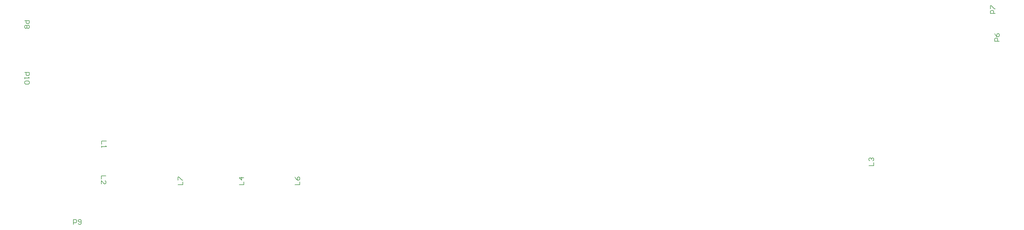
<source format=gbr>
%TF.GenerationSoftware,Altium Limited,Altium Designer,26.1.1 (7)*%
G04 Layer_Color=8388736*
%FSLAX43Y43*%
%MOMM*%
%TF.SameCoordinates,F910D8A4-5627-44EB-A571-6FFAAA827985*%
%TF.FilePolarity,Positive*%
%TF.FileFunction,Other,Top_Designator*%
%TF.Part,Single*%
G01*
G75*
%TA.AperFunction,NonConductor*%
%ADD116C,0.150*%
D116*
X33000Y32275D02*
X31500D01*
Y31275D01*
Y30775D02*
Y30275D01*
Y30525D01*
X33000D01*
X32750Y30775D01*
X32875Y21235D02*
X31375D01*
Y20236D01*
Y18736D02*
Y19736D01*
X32375Y18736D01*
X32625D01*
X32875Y18986D01*
Y19486D01*
X32625Y19736D01*
X22600Y5975D02*
Y7475D01*
X23350D01*
X23600Y7225D01*
Y6725D01*
X23350Y6475D01*
X22600D01*
X24100Y6225D02*
X24350Y5975D01*
X24850D01*
X25100Y6225D01*
Y7225D01*
X24850Y7475D01*
X24350D01*
X24100Y7225D01*
Y6975D01*
X24350Y6725D01*
X25100D01*
X7250Y53953D02*
X8750D01*
Y53203D01*
X8500Y52954D01*
X8000D01*
X7750Y53203D01*
Y53953D01*
X7250Y52454D02*
Y51954D01*
Y52204D01*
X8750D01*
X8500Y52454D01*
Y51204D02*
X8750Y50954D01*
Y50454D01*
X8500Y50204D01*
X7500D01*
X7250Y50454D01*
Y50954D01*
X7500Y51204D01*
X8500D01*
X7250Y70328D02*
X8750D01*
Y69579D01*
X8500Y69329D01*
X8000D01*
X7750Y69579D01*
Y70328D01*
X8500Y68829D02*
X8750Y68579D01*
Y68079D01*
X8500Y67829D01*
X8250D01*
X8000Y68079D01*
X7750Y67829D01*
X7500D01*
X7250Y68079D01*
Y68579D01*
X7500Y68829D01*
X7750D01*
X8000Y68579D01*
X8250Y68829D01*
X8500D01*
X8000Y68579D02*
Y68079D01*
X314225Y63750D02*
X312725D01*
Y64500D01*
X312975Y64750D01*
X313475D01*
X313725Y64500D01*
Y63750D01*
X312725Y66250D02*
X312975Y65750D01*
X313475Y65250D01*
X313975D01*
X314225Y65500D01*
Y66000D01*
X313975Y66250D01*
X313725D01*
X313475Y66000D01*
Y65250D01*
X312929Y72545D02*
X311429D01*
Y73295D01*
X311679Y73545D01*
X312179D01*
X312429Y73295D01*
Y72545D01*
X311429Y74045D02*
Y75045D01*
X311679D01*
X312679Y74045D01*
X312929D01*
X74825Y18450D02*
X76325D01*
Y19450D01*
Y20700D02*
X74825D01*
X75575Y19950D01*
Y20950D01*
X273174Y24477D02*
X274673D01*
Y25477D01*
X273424Y25977D02*
X273174Y26227D01*
Y26726D01*
X273424Y26976D01*
X273673D01*
X273923Y26726D01*
Y26476D01*
Y26726D01*
X274173Y26976D01*
X274423D01*
X274673Y26726D01*
Y26227D01*
X274423Y25977D01*
X92375Y18450D02*
X93875D01*
Y19450D01*
X92375Y20950D02*
X92625Y20450D01*
X93125Y19950D01*
X93625D01*
X93875Y20200D01*
Y20700D01*
X93625Y20950D01*
X93375D01*
X93125Y20700D01*
Y19950D01*
X55550Y18450D02*
X57050D01*
Y19450D01*
X55550Y19950D02*
Y20950D01*
X55800D01*
X56800Y19950D01*
X57050D01*
%TF.MD5,3a5a6f9b5a4242cae397b5eb127b77c0*%
M02*

</source>
